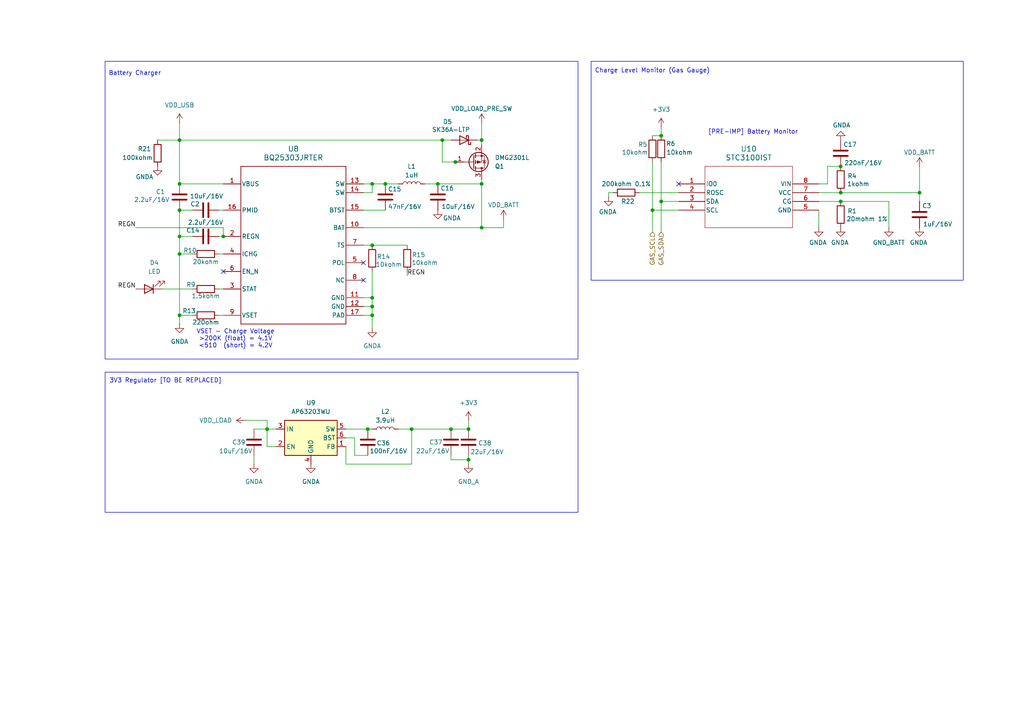
<source format=kicad_sch>
(kicad_sch (version 20231120) (generator "eeschema") (generator_version "8.0")
  (paper "A4")
  (lib_symbols
    (symbol "BQ25303JRTER:BQ25303JRTER" (pin_names (offset 0.254))
      (property "Reference" "U" (at 0 2.54 0))
      (property "Value" "BQ25303JRTER" (at 0 0 0))
      (symbol "BQ25303JRTER_0_1"
        (polyline (pts (xy -15.24 -22.86) (xy 15.24 -22.86)) (stroke (width 0.2032)))
        (polyline (pts (xy -15.24 22.86) (xy -15.24 -22.86)) (stroke (width 0.2032)))
        (polyline (pts (xy 15.24 -22.86) (xy 15.24 22.86)) (stroke (width 0.2032)))
        (polyline (pts (xy 15.24 22.86) (xy -15.24 22.86)) (stroke (width 0.2032)))
        (pin power_in line (at -20.32 17.78 0) (length 5.08) (name "VBUS") (number "1"))
        (pin power_in line (at 20.32 5.08 180) (length 5.08) (name "BAT") (number "10"))
        (pin power_in line (at 20.32 -15.24 180) (length 5.08) (name "GND") (number "11"))
        (pin power_in line (at 20.32 -17.78 180) (length 5.08) (name "GND") (number "12"))
        (pin power_in line (at 20.32 17.78 180) (length 5.08) (name "SW") (number "13"))
        (pin power_in line (at 20.32 15.24 180) (length 5.08) (name "SW") (number "14"))
        (pin power_in line (at 20.32 10.16 180) (length 5.08) (name "BTST") (number "15"))
        (pin output line (at -20.32 10.16 0) (length 5.08) (name "PMID") (number "16"))
        (pin power_in line (at 20.32 -20.32 180) (length 5.08) (name "PAD") (number "17"))
        (pin power_in line (at -20.32 2.54 0) (length 5.08) (name "REGN") (number "2"))
        (pin open_collector line (at -20.32 -12.7 0) (length 5.08) (name "STAT") (number "3"))
        (pin output line (at -20.32 -2.54 0) (length 5.08) (name "ICHG") (number "4"))
        (pin unspecified line (at 20.32 -5.08 180) (length 5.08) (name "POL") (number "5"))
        (pin input line (at -20.32 -7.62 0) (length 5.08) (name "EN_N") (number "6"))
        (pin input line (at 20.32 0 180) (length 5.08) (name "TS") (number "7"))
        (pin unspecified line (at 20.32 -10.16 180) (length 5.08) (name "NC") (number "8"))
        (pin input line (at -20.32 -20.32 0) (length 5.08) (name "VSET") (number "9"))
      )
    )
    (symbol "Device:C" (pin_numbers hide) (pin_names (offset 0.254))
      (property "Reference" "C" (at 0.635 2.54 0))
      (property "Value" "C" (at 0.635 -2.54 0))
      (symbol "C_0_1"
        (polyline (pts (xy -2.032 -0.762) (xy 2.032 -0.762)) (stroke (width 0.508)))
        (polyline (pts (xy -2.032 0.762) (xy 2.032 0.762)) (stroke (width 0.508)))
      )
      (symbol "C_1_1"
        (pin passive line (at 0 3.81 270) (length 2.794) (name "~") (number "1"))
        (pin passive line (at 0 -3.81 90) (length 2.794) (name "~") (number "2"))
      )
    )
    (symbol "Device:D_Schottky" (pin_numbers hide) (pin_names (offset 1.016) hide)
      (property "Reference" "D" (at 0 2.54 0))
      (property "Value" "D_Schottky" (at 0 -2.54 0))
      (symbol "D_Schottky_0_1"
        (polyline (pts (xy 1.27 0) (xy -1.27 0)))
        (polyline (pts (xy 1.27 1.27) (xy 1.27 -1.27) (xy -1.27 0) (xy 1.27 1.27)) (stroke (width 0.254)))
        (polyline (pts (xy -1.905 0.635) (xy -1.905 1.27) (xy -1.27 1.27) (xy -1.27 -1.27) (xy -0.635 -1.27) (xy -0.635 -0.635)) (stroke (width 0.254)))
      )
      (symbol "D_Schottky_1_1"
        (pin passive line (at -3.81 0 0) (length 2.54) (name "K") (number "1"))
        (pin passive line (at 3.81 0 180) (length 2.54) (name "A") (number "2"))
      )
    )
    (symbol "Device:L" (pin_numbers hide) (pin_names (offset 1.016) hide)
      (property "Reference" "L" (at -1.27 0 90))
      (property "Value" "L" (at 1.905 0 90))
      (symbol "L_0_1"
        (arc (start 0 -2.54) (mid 0.6323 -1.905) (end 0 -1.27))
        (arc (start 0 -1.27) (mid 0.6323 -0.635) (end 0 0))
        (arc (start 0 0) (mid 0.6323 0.635) (end 0 1.27))
        (arc (start 0 1.27) (mid 0.6323 1.905) (end 0 2.54))
      )
      (symbol "L_1_1"
        (pin passive line (at 0 3.81 270) (length 1.27) (name "1") (number "1"))
        (pin passive line (at 0 -3.81 90) (length 1.27) (name "2") (number "2"))
      )
    )
    (symbol "Device:LED" (pin_numbers hide) (pin_names (offset 1.016) hide)
      (property "Reference" "D" (at 0 2.54 0))
      (property "Value" "LED" (at 0 -2.54 0))
      (symbol "LED_0_1"
        (polyline (pts (xy -1.27 -1.27) (xy -1.27 1.27)) (stroke (width 0.254)))
        (polyline (pts (xy -1.27 0) (xy 1.27 0)))
        (polyline (pts (xy 1.27 -1.27) (xy 1.27 1.27) (xy -1.27 0) (xy 1.27 -1.27)) (stroke (width 0.254)))
        (polyline (pts (xy -3.048 -0.762) (xy -4.572 -2.286) (xy -3.81 -2.286) (xy -4.572 -2.286) (xy -4.572 -1.524)))
        (polyline (pts (xy -1.778 -0.762) (xy -3.302 -2.286) (xy -2.54 -2.286) (xy -3.302 -2.286) (xy -3.302 -1.524)))
      )
      (symbol "LED_1_1"
        (pin passive line (at -3.81 0 0) (length 2.54) (name "K") (number "1"))
        (pin passive line (at 3.81 0 180) (length 2.54) (name "A") (number "2"))
      )
    )
    (symbol "Device:R" (pin_numbers hide) (pin_names (offset 0))
      (property "Reference" "R" (at 2.032 0 90))
      (property "Value" "R" (at 0 0 90))
      (symbol "R_0_1"
        (rectangle (start -1.016 -2.54) (end 1.016 2.54) (stroke (width 0.254)))
      )
      (symbol "R_1_1"
        (pin passive line (at 0 3.81 270) (length 1.27) (name "~") (number "1"))
        (pin passive line (at 0 -3.81 90) (length 1.27) (name "~") (number "2"))
      )
    )
    (symbol "Regulator_Switching:AP63203WU"
      (property "Reference" "U" (at -7.62 6.35 0))
      (property "Value" "AP63203WU" (at 2.54 6.35 0))
      (symbol "AP63203WU_0_1"
        (rectangle (start -7.62 5.08) (end 7.62 -5.08) (stroke (width 0.254)) (fill (type background)))
      )
      (symbol "AP63203WU_1_1"
        (pin input line (at 10.16 -2.54 180) (length 2.54) (name "FB") (number "1"))
        (pin input line (at -10.16 -2.54 0) (length 2.54) (name "EN") (number "2"))
        (pin power_in line (at -10.16 2.54 0) (length 2.54) (name "IN") (number "3"))
        (pin power_in line (at 0 -7.62 90) (length 2.54) (name "GND") (number "4"))
        (pin output line (at 10.16 2.54 180) (length 2.54) (name "SW") (number "5"))
        (pin passive line (at 10.16 0 180) (length 2.54) (name "BST") (number "6"))
      )
    )
    (symbol "STC3100IST:STC3100IST" (pin_names (offset 0.254))
      (property "Reference" "U" (at 20.32 10.16 0))
      (property "Value" "STC3100IST" (at 20.32 7.62 0))
      (symbol "STC3100IST_0_1"
        (polyline (pts (xy 7.62 -12.7) (xy 33.02 -12.7)) (stroke (width 0.127)))
        (polyline (pts (xy 7.62 5.08) (xy 7.62 -12.7)) (stroke (width 0.127)))
        (polyline (pts (xy 33.02 -12.7) (xy 33.02 5.08)) (stroke (width 0.127)))
        (polyline (pts (xy 33.02 5.08) (xy 7.62 5.08)) (stroke (width 0.127)))
        (pin bidirectional line (at 0 0 0) (length 7.62) (name "IO0") (number "1"))
        (pin unspecified line (at 0 -2.54 0) (length 7.62) (name "ROSC") (number "2"))
        (pin bidirectional line (at 0 -5.08 0) (length 7.62) (name "SDA") (number "3"))
        (pin input line (at 0 -7.62 0) (length 7.62) (name "SCL") (number "4"))
        (pin power_in line (at 40.64 -7.62 180) (length 7.62) (name "GND") (number "5"))
        (pin input line (at 40.64 -5.08 180) (length 7.62) (name "CG") (number "6"))
        (pin power_in line (at 40.64 -2.54 180) (length 7.62) (name "VCC") (number "7"))
        (pin input line (at 40.64 0 180) (length 7.62) (name "VIN") (number "8"))
      )
    )
    (symbol "Transistor_FET:DMG2301L" (pin_names hide)
      (property "Reference" "Q" (at 5.08 1.905 0))
      (property "Value" "DMG2301L" (at 5.08 0 0))
      (symbol "DMG2301L_0_1"
        (polyline (pts (xy 0.254 0) (xy -2.54 0)))
        (polyline (pts (xy 0.254 1.905) (xy 0.254 -1.905)) (stroke (width 0.254)))
        (polyline (pts (xy 0.762 -1.27) (xy 0.762 -2.286)) (stroke (width 0.254)))
        (polyline (pts (xy 0.762 0.508) (xy 0.762 -0.508)) (stroke (width 0.254)))
        (polyline (pts (xy 0.762 2.286) (xy 0.762 1.27)) (stroke (width 0.254)))
        (polyline (pts (xy 2.54 2.54) (xy 2.54 1.778)))
        (polyline (pts (xy 2.54 -2.54) (xy 2.54 0) (xy 0.762 0)))
        (polyline (pts (xy 0.762 1.778) (xy 3.302 1.778) (xy 3.302 -1.778) (xy 0.762 -1.778)))
        (polyline (pts (xy 2.286 0) (xy 1.27 0.381) (xy 1.27 -0.381) (xy 2.286 0)) (fill (type outline)))
        (polyline (pts (xy 2.794 -0.508) (xy 2.921 -0.381) (xy 3.683 -0.381) (xy 3.81 -0.254)))
        (polyline (pts (xy 3.302 -0.381) (xy 2.921 0.254) (xy 3.683 0.254) (xy 3.302 -0.381)))
        (circle (center 1.651 0) (radius 2.794) (stroke (width 0.254)))
        (circle (center 2.54 -1.778) (radius 0.254) (fill (type outline)))
        (circle (center 2.54 1.778) (radius 0.254) (fill (type outline)))
      )
      (symbol "DMG2301L_1_1"
        (pin input line (at -5.08 0 0) (length 2.54) (name "G") (number "1"))
        (pin passive line (at 2.54 -5.08 90) (length 2.54) (name "S") (number "2"))
        (pin passive line (at 2.54 5.08 270) (length 2.54) (name "D") (number "3"))
      )
    )
    (symbol "power:+3V3" (power) (pin_numbers hide) (pin_names (offset 0) hide)
      (property "Value" "+3V3" (at 0 3.556 0))
      (symbol "+3V3_0_1"
        (polyline (pts (xy -0.762 1.27) (xy 0 2.54)))
        (polyline (pts (xy 0 0) (xy 0 2.54)))
        (polyline (pts (xy 0 2.54) (xy 0.762 1.27)))
      )
      (symbol "+3V3_1_1"
        (pin power_in line (at 0 0 90) (length 0) (name "~") (number "1"))
      )
    )
    (symbol "power:GND" (power) (pin_numbers hide) (pin_names (offset 0) hide)
      (property "Value" "GND" (at 0 -3.81 0))
      (symbol "GND_0_1"
        (polyline (pts (xy 0 0) (xy 0 -1.27) (xy 1.27 -1.27) (xy 0 -2.54) (xy -1.27 -1.27) (xy 0 -1.27)))
      )
      (symbol "GND_1_1"
        (pin power_in line (at 0 0 270) (length 0) (name "~") (number "1"))
      )
    )
    (symbol "power:GNDA" (power) (pin_numbers hide) (pin_names (offset 0) hide)
      (property "Value" "GNDA" (at 0 -3.81 0))
      (symbol "GNDA_0_1"
        (polyline (pts (xy 0 0) (xy 0 -1.27) (xy 1.27 -1.27) (xy 0 -2.54) (xy -1.27 -1.27) (xy 0 -1.27)))
      )
      (symbol "GNDA_1_1"
        (pin power_in line (at 0 0 270) (length 0) (name "~") (number "1"))
      )
    )
  )
  (junction (at 139.7 53.34))
  (junction (at 107.95 71.12))
  (junction (at 52.07 73.66))
  (junction (at 243.84 58.42))
  (junction (at 119.38 124.46))
  (junction (at 52.07 40.64))
  (junction (at 243.84 48.26))
  (junction (at 243.84 55.88))
  (junction (at 139.7 66.04))
  (junction (at 132.08 46.99))
  (junction (at 128.27 40.64))
  (junction (at 135.89 124.46))
  (junction (at 111.76 53.34))
  (junction (at 52.07 60.96))
  (junction (at 130.81 124.46))
  (junction (at 107.95 91.44))
  (junction (at 77.47 124.46))
  (junction (at 64.77 68.58))
  (junction (at 127 53.34))
  (junction (at 139.7 40.64))
  (junction (at 52.07 68.58))
  (junction (at 52.07 53.34))
  (junction (at 107.95 88.9))
  (junction (at 106.68 124.46))
  (junction (at 107.95 86.36))
  (junction (at 189.23 60.96))
  (junction (at 107.95 53.34))
  (junction (at 191.77 58.42))
  (junction (at 52.07 91.44))
  (junction (at 266.7 55.88))
  (junction (at 191.77 39.37))
  (junction (at 135.89 133.35))
  (no_connect (at 105.41 76.2))
  (no_connect (at 64.77 78.74))
  (no_connect (at 196.85 53.34))
  (no_connect (at 105.41 81.28))
  (wire (pts (xy 139.7 40.64) (xy 139.7 41.91)))
  (wire (pts (xy 39.37 66.04) (xy 64.77 66.04)))
  (wire (pts (xy 146.05 66.04) (xy 139.7 66.04)))
  (wire (pts (xy 105.41 55.88) (xy 107.95 55.88)))
  (wire (pts (xy 46.99 83.82) (xy 55.88 83.82)))
  (wire (pts (xy 63.5 60.96) (xy 64.77 60.96)))
  (wire (pts (xy 196.85 58.42) (xy 191.77 58.42)))
  (wire (pts (xy 243.84 55.88) (xy 266.7 55.88)))
  (wire (pts (xy 139.7 40.64) (xy 138.43 40.64)))
  (wire (pts (xy 139.7 66.04) (xy 105.41 66.04)))
  (wire (pts (xy 52.07 91.44) (xy 52.07 73.66)))
  (wire (pts (xy 63.5 68.58) (xy 64.77 68.58)))
  (wire (pts (xy 191.77 58.42) (xy 191.77 46.99)))
  (wire (pts (xy 107.95 86.36) (xy 107.95 88.9)))
  (wire (pts (xy 105.41 88.9) (xy 107.95 88.9)))
  (wire (pts (xy 237.49 55.88) (xy 243.84 55.88)))
  (wire (pts (xy 127 53.34) (xy 139.7 53.34)))
  (wire (pts (xy 135.89 134.62) (xy 135.89 133.35)))
  (wire (pts (xy 107.95 88.9) (xy 107.95 91.44)))
  (wire (pts (xy 107.95 78.74) (xy 107.95 86.36)))
  (wire (pts (xy 52.07 53.34) (xy 64.77 53.34)))
  (wire (pts (xy 189.23 46.99) (xy 189.23 60.96)))
  (wire (pts (xy 52.07 68.58) (xy 52.07 60.96)))
  (wire (pts (xy 191.77 58.42) (xy 191.77 67.31)))
  (wire (pts (xy 77.47 121.92) (xy 77.47 124.46)))
  (wire (pts (xy 100.33 134.62) (xy 119.38 134.62)))
  (wire (pts (xy 52.07 93.98) (xy 52.07 91.44)))
  (wire (pts (xy 118.11 80.01) (xy 118.11 78.74)))
  (wire (pts (xy 123.19 53.34) (xy 127 53.34)))
  (wire (pts (xy 107.95 53.34) (xy 111.76 53.34)))
  (wire (pts (xy 52.07 60.96) (xy 55.88 60.96)))
  (wire (pts (xy 237.49 66.04) (xy 237.49 60.96)))
  (wire (pts (xy 257.81 58.42) (xy 257.81 66.04)))
  (wire (pts (xy 176.53 57.15) (xy 176.53 55.88)))
  (wire (pts (xy 45.72 40.64) (xy 52.07 40.64)))
  (wire (pts (xy 266.7 58.42) (xy 266.7 55.88)))
  (wire (pts (xy 63.5 91.44) (xy 64.77 91.44)))
  (wire (pts (xy 100.33 127) (xy 102.87 127)))
  (wire (pts (xy 107.95 86.36) (xy 105.41 86.36)))
  (wire (pts (xy 189.23 60.96) (xy 189.23 67.31)))
  (wire (pts (xy 107.95 55.88) (xy 107.95 53.34)))
  (wire (pts (xy 128.27 40.64) (xy 130.81 40.64)))
  (wire (pts (xy 146.05 66.04) (xy 146.05 63.5)))
  (wire (pts (xy 139.7 35.56) (xy 139.7 40.64)))
  (wire (pts (xy 240.03 48.26) (xy 243.84 48.26)))
  (wire (pts (xy 100.33 129.54) (xy 100.33 134.62)))
  (wire (pts (xy 139.7 52.07) (xy 139.7 53.34)))
  (wire (pts (xy 237.49 58.42) (xy 243.84 58.42)))
  (wire (pts (xy 139.7 53.34) (xy 139.7 66.04)))
  (wire (pts (xy 73.66 134.62) (xy 73.66 132.08)))
  (wire (pts (xy 77.47 129.54) (xy 77.47 124.46)))
  (wire (pts (xy 55.88 73.66) (xy 52.07 73.66)))
  (wire (pts (xy 191.77 36.83) (xy 191.77 39.37)))
  (wire (pts (xy 52.07 73.66) (xy 52.07 68.58)))
  (wire (pts (xy 107.95 53.34) (xy 105.41 53.34)))
  (wire (pts (xy 135.89 133.35) (xy 130.81 133.35)))
  (wire (pts (xy 64.77 66.04) (xy 64.77 68.58)))
  (wire (pts (xy 77.47 124.46) (xy 80.01 124.46)))
  (wire (pts (xy 106.68 124.46) (xy 107.95 124.46)))
  (wire (pts (xy 119.38 134.62) (xy 119.38 124.46)))
  (wire (pts (xy 80.01 129.54) (xy 77.47 129.54)))
  (wire (pts (xy 107.95 91.44) (xy 107.95 95.25)))
  (wire (pts (xy 132.08 46.99) (xy 132.715 46.99)))
  (wire (pts (xy 266.7 55.88) (xy 266.7 48.26)))
  (wire (pts (xy 63.5 83.82) (xy 64.77 83.82)))
  (wire (pts (xy 130.81 133.35) (xy 130.81 132.08)))
  (wire (pts (xy 128.27 40.64) (xy 128.27 46.99)))
  (wire (pts (xy 102.87 132.08) (xy 106.68 132.08)))
  (wire (pts (xy 196.85 60.96) (xy 189.23 60.96)))
  (wire (pts (xy 128.27 46.99) (xy 132.08 46.99)))
  (wire (pts (xy 52.07 40.64) (xy 128.27 40.64)))
  (wire (pts (xy 55.88 68.58) (xy 52.07 68.58)))
  (wire (pts (xy 257.81 58.42) (xy 243.84 58.42)))
  (wire (pts (xy 119.38 124.46) (xy 130.81 124.46)))
  (wire (pts (xy 237.49 53.34) (xy 240.03 53.34)))
  (wire (pts (xy 73.66 124.46) (xy 77.47 124.46)))
  (wire (pts (xy 115.57 53.34) (xy 111.76 53.34)))
  (wire (pts (xy 240.03 53.34) (xy 240.03 48.26)))
  (wire (pts (xy 55.88 91.44) (xy 52.07 91.44)))
  (wire (pts (xy 52.07 53.34) (xy 52.07 40.64)))
  (wire (pts (xy 102.87 127) (xy 102.87 132.08)))
  (wire (pts (xy 105.41 71.12) (xy 107.95 71.12)))
  (wire (pts (xy 176.53 55.88) (xy 177.8 55.88)))
  (wire (pts (xy 52.07 40.64) (xy 52.07 35.56)))
  (wire (pts (xy 105.41 60.96) (xy 111.76 60.96)))
  (wire (pts (xy 71.12 121.92) (xy 77.47 121.92)))
  (wire (pts (xy 63.5 73.66) (xy 64.77 73.66)))
  (wire (pts (xy 115.57 124.46) (xy 119.38 124.46)))
  (wire (pts (xy 135.89 121.92) (xy 135.89 124.46)))
  (wire (pts (xy 130.81 124.46) (xy 135.89 124.46)))
  (wire (pts (xy 189.23 39.37) (xy 191.77 39.37)))
  (wire (pts (xy 100.33 124.46) (xy 106.68 124.46)))
  (wire (pts (xy 135.89 132.08) (xy 135.89 133.35)))
  (wire (pts (xy 105.41 91.44) (xy 107.95 91.44)))
  (wire (pts (xy 107.95 71.12) (xy 118.11 71.12)))
  (wire (pts (xy 185.42 55.88) (xy 196.85 55.88)))
  (rectangle (start 30.48 17.78) (end 167.64 104.14))
  (rectangle (start 30.48 107.95) (end 167.64 148.59))
  (rectangle (start 171.45 17.78) (end 279.4 81.28))
  (text "Battery Charger" (at 39.116 21.336 0) (effects (font (size 1.27 1.27))))
  (text "3V3 Regulator [TO BE REPLACED]" (at 48.006 110.49 0) (effects (font (size 1.27 1.27))))
  (text "[PRE-IMP] Battery Monitor" (at 218.44 38.354 0) (effects (font (size 1.27 1.27))))
  (text "Charge Level Monitor (Gas Gauge)" (at 189.23 20.574 0) (effects (font (size 1.27 1.27))))
  (text "VSET - Charge Voltage\n>200K (float) = 4.1V\n<510  (short) = 4.2V" (at 68.326 98.298 0) (effects (font (size 1.27 1.27))))
  (label "REGN" (at 39.37 83.82 180))
  (label "REGN" (at 39.37 66.04 180))
  (label "REGN" (at 118.11 80.01 0))
  (hierarchical_label "GAS_SCL" (shape input) (at 189.23 67.31 270))
  (hierarchical_label "GAS_SDA" (shape input) (at 191.77 67.31 270))
  (symbol (lib_id "Device:R") (at 243.84 52.07 180) (unit 1)
    (property "Reference" "R4" (at 247.142 51.054 0))
    (property "Value" "1kohm" (at 248.92 53.34 0))
    (property "Footprint" "Resistor_SMD:R_0603_1608Metric" (effects (hide yes)))
    (property "Description" "Resistor" (effects (hide yes)))
  )
  (symbol (lib_id "power:GND") (at 135.89 134.62 0) (unit 1)
    (property "Reference" "#PWR0107" (effects (hide yes)))
    (property "Value" "GND_A" (at 135.89 139.7 0))
    (property "Description" "Power symbol creates a global label with name \"GND\" , ground" (effects (hide yes)))
  )
  (symbol (lib_id "BQ25303JRTER:BQ25303JRTER") (at 85.09 71.12 0) (unit 1)
    (property "Reference" "U8" (at 85.09 43.18 0) (effects (font (size 1.524 1.524))))
    (property "Value" "BQ25303JRTER" (at 85.09 45.72 0) (effects (font (size 1.524 1.524))))
    (property "Footprint" "BQ25303JRTER:RTE0016C" (effects (hide yes)))
    (property "Datasheet" "https://www.digikey.ca/en/products/detail/texas-instruments/BQ25303JRTER/13918770" (effects (hide yes)))
  )
  (symbol (lib_id "Device:C") (at 59.69 68.58 90) (unit 1)
    (property "Reference" "C14" (at 57.912 66.802 90) (effects (justify left)))
    (property "Value" "2.2uF/16V" (at 64.77 64.516 90) (effects (justify left)))
    (property "Footprint" "Capacitor_SMD:C_0603_1608Metric" (effects (hide yes)))
    (property "Description" "Unpolarized capacitor" (effects (hide yes)))
  )
  (symbol (lib_id "Device:R") (at 243.84 62.23 180) (unit 1)
    (property "Reference" "R1" (at 247.142 61.214 0))
    (property "Value" "20mohm 1%" (at 251.46 63.5 0))
    (property "Footprint" "Resistor_SMD:R_0603_1608Metric" (effects (hide yes)))
    (property "Description" "Resistor" (effects (hide yes)))
  )
  (symbol (lib_id "Device:R") (at 189.23 43.18 180) (unit 1)
    (property "Reference" "R5" (at 186.436 41.91 0))
    (property "Value" "10kohm" (at 184.15 44.196 0))
    (property "Footprint" "Resistor_SMD:R_0603_1608Metric" (effects (hide yes)))
    (property "Description" "Resistor" (effects (hide yes)))
  )
  (symbol (lib_id "Device:R") (at 118.11 74.93 180) (unit 1)
    (property "Reference" "R15" (at 121.412 73.914 0))
    (property "Value" "10kohm" (at 123.19 76.2 0))
    (property "Footprint" "Resistor_SMD:R_0603_1608Metric" (effects (hide yes)))
    (property "Description" "Resistor" (effects (hide yes)))
  )
  (symbol (lib_id "Device:C") (at 59.69 60.96 90) (unit 1)
    (property "Reference" "C2" (at 57.912 59.182 90) (effects (justify left)))
    (property "Value" "10uF/16V" (at 64.77 56.896 90) (effects (justify left)))
    (property "Footprint" "Capacitor_SMD:C_0603_1608Metric" (effects (hide yes)))
    (property "Description" "Unpolarized capacitor" (effects (hide yes)))
  )
  (symbol (lib_id "STC3100IST:STC3100IST") (at 196.85 53.34 0) (unit 1)
    (property "Reference" "U10" (at 217.17 43.18 0) (effects (font (size 1.524 1.524))))
    (property "Value" "STC3100IST" (at 217.17 45.72 0) (effects (font (size 1.524 1.524))))
    (property "Footprint" "MiniSO8_STM" (effects (hide yes)))
    (property "Datasheet" "https://www.digikey.com/en/products/detail/stmicroelectronics/STC3100IST/2270931" (effects (hide yes)))
  )
  (symbol (lib_id "power:+3V3") (at 71.12 121.92 90) (unit 1)
    (property "Reference" "#PWR0109" (effects (hide yes)))
    (property "Value" "VDD_LOAD" (at 67.31 121.9199 90) (effects (justify left)))
    (property "Description" "Power symbol creates a global label with name \"+3V3\"" (effects (hide yes)))
  )
  (symbol (lib_id "power:GNDA") (at 107.95 95.25 0) (unit 1)
    (property "Reference" "#PWR046" (effects (hide yes)))
    (property "Value" "GNDA" (at 107.95 100.33 0))
    (property "Description" "Power symbol creates a global label with name \"GNDA\" , analog ground" (effects (hide yes)))
  )
  (symbol (lib_id "power:+3V3") (at 139.7 35.56 0) (unit 1)
    (property "Reference" "#PWR048" (effects (hide yes)))
    (property "Value" "VDD_LOAD_PRE_SW" (at 130.81 31.496 0) (effects (justify left)))
    (property "Description" "Power symbol creates a global label with name \"+3V3\"" (effects (hide yes)))
  )
  (symbol (lib_id "Device:C") (at 135.89 128.27 0) (unit 1)
    (property "Reference" "C38" (at 138.684 128.524 0) (effects (justify left)))
    (property "Value" "22uF/16V" (at 136.398 131.064 0) (effects (justify left)))
    (property "Footprint" "Capacitor_SMD:C_0603_1608Metric" (effects (hide yes)))
    (property "Datasheet" "C3225X7S1H106M250AB" (effects (hide yes)))
    (property "Description" "Unpolarized capacitor" (effects (hide yes)))
  )
  (symbol (lib_id "power:+3V3") (at 135.89 121.92 0) (unit 1)
    (property "Reference" "#PWR0108" (effects (hide yes)))
    (property "Value" "+3V3" (at 135.89 116.84 0))
    (property "Description" "Power symbol creates a global label with name \"+3V3\"" (effects (hide yes)))
  )
  (symbol (lib_id "power:GNDA") (at 237.49 66.04 0) (unit 1)
    (property "Reference" "#PWR050" (effects (hide yes)))
    (property "Value" "GNDA" (at 237.236 70.358 0))
    (property "Description" "Power symbol creates a global label with name \"GNDA\" , analog ground" (effects (hide yes)))
  )
  (symbol (lib_id "power:GNDA") (at 243.84 66.04 0) (unit 1)
    (property "Reference" "#PWR029" (effects (hide yes)))
    (property "Value" "GNDA" (at 243.586 70.358 0))
    (property "Description" "Power symbol creates a global label with name \"GNDA\" , analog ground" (effects (hide yes)))
  )
  (symbol (lib_id "Device:C") (at 127 57.15 0) (unit 1)
    (property "Reference" "C16" (at 127.762 54.61 0) (effects (justify left)))
    (property "Value" "10uF/16V" (at 128.016 59.944 0) (effects (justify left)))
    (property "Footprint" "Capacitor_SMD:C_0603_1608Metric" (effects (hide yes)))
    (property "Description" "Unpolarized capacitor" (effects (hide yes)))
  )
  (symbol (lib_id "power:GNDA") (at 73.66 134.62 0) (unit 1)
    (property "Reference" "#PWR0110" (effects (hide yes)))
    (property "Value" "GNDA" (at 73.66 139.7 0))
    (property "Description" "Power symbol creates a global label with name \"GNDA\" , analog ground" (effects (hide yes)))
  )
  (symbol (lib_id "power:GNDA") (at 266.7 66.04 0) (unit 1)
    (property "Reference" "#PWR020" (effects (hide yes)))
    (property "Value" "GNDA" (at 266.446 70.358 0))
    (property "Description" "Power symbol creates a global label with name \"GNDA\" , analog ground" (effects (hide yes)))
  )
  (symbol (lib_id "power:+3V3") (at 266.7 48.26 0) (unit 1)
    (property "Reference" "#PWR019" (effects (hide yes)))
    (property "Value" "VDD_BATT" (at 262.128 44.196 0) (effects (justify left)))
    (property "Description" "Power symbol creates a global label with name \"+3V3\"" (effects (hide yes)))
  )
  (symbol (lib_id "Device:R") (at 59.69 91.44 90) (unit 1)
    (property "Reference" "R13" (at 54.864 90.17 90))
    (property "Value" "220ohm" (at 59.69 93.472 90))
    (property "Footprint" "Resistor_SMD:R_0603_1608Metric" (effects (hide yes)))
    (property "Description" "Resistor" (effects (hide yes)))
  )
  (symbol (lib_id "power:GNDA") (at 176.53 57.15 0) (unit 1)
    (property "Reference" "#PWR082" (effects (hide yes)))
    (property "Value" "GNDA" (at 176.276 61.468 0))
    (property "Description" "Power symbol creates a global label with name \"GNDA\" , analog ground" (effects (hide yes)))
  )
  (symbol (lib_id "Device:R") (at 59.69 73.66 90) (unit 1)
    (property "Reference" "R10" (at 55.118 72.644 90))
    (property "Value" "20kohm" (at 59.69 75.946 90))
    (property "Footprint" "Resistor_SMD:R_0603_1608Metric" (effects (hide yes)))
    (property "Description" "Resistor" (effects (hide yes)))
  )
  (symbol (lib_id "Device:R") (at 191.77 43.18 180) (unit 1)
    (property "Reference" "R6" (at 194.564 41.656 0))
    (property "Value" "10kohm" (at 197.104 44.196 0))
    (property "Footprint" "Resistor_SMD:R_0603_1608Metric" (effects (hide yes)))
    (property "Description" "Resistor" (effects (hide yes)))
  )
  (symbol (lib_id "power:GND") (at 257.81 66.04 0) (unit 1)
    (property "Reference" "#PWR085" (effects (hide yes)))
    (property "Value" "GND_BATT" (at 257.81 70.358 0))
    (property "Description" "Power symbol creates a global label with name \"GND\" , ground" (effects (hide yes)))
  )
  (symbol (lib_id "Device:LED") (at 43.18 83.82 180) (unit 1)
    (property "Reference" "D4" (at 44.7675 76.2 0))
    (property "Value" "LED" (at 44.7675 78.74 0))
    (property "Footprint" "LED_SMD:LED_0603_1608Metric" (effects (hide yes)))
    (property "Description" "Light emitting diode" (effects (hide yes)))
  )
  (symbol (lib_id "power:+3V3") (at 146.05 63.5 0) (unit 1)
    (property "Reference" "#PWR030" (effects (hide yes)))
    (property "Value" "VDD_BATT" (at 141.478 59.436 0) (effects (justify left)))
    (property "Description" "Power symbol creates a global label with name \"+3V3\"" (effects (hide yes)))
  )
  (symbol (lib_id "Device:L") (at 119.38 53.34 90) (unit 1)
    (property "Reference" "L1" (at 119.38 48.26 90))
    (property "Value" "1uH" (at 119.38 50.8 90))
    (property "Footprint" "Inductor_SMD:L_Wuerth_MAPI-4030" (effects (hide yes)))
    (property "Datasheet" "74438357082" (effects (hide yes)))
    (property "Description" "Inductor" (effects (hide yes)))
  )
  (symbol (lib_id "Transistor_FET:DMG2301L") (at 137.16 46.99 0) (mirror x) (unit 1)
    (property "Reference" "Q1" (at 143.51 48.2601 0) (effects (justify left)))
    (property "Value" "DMG2301L" (at 143.51 45.7201 0) (effects (justify left)))
    (property "Footprint" "Package_TO_SOT_SMD:SOT-23" (effects (hide yes)))
    (property "Datasheet" "https://www.digikey.ca/en/products/detail/diodes-incorporated/DMG2301L-7/5768820" (effects (hide yes)))
    (property "Description" "-3A Id, -20V Vds, P-Channel MOSFET, SOT-23" (effects (hide yes)))
  )
  (symbol (lib_id "power:GNDA") (at 243.84 40.64 180) (unit 1)
    (property "Reference" "#PWR032" (effects (hide yes)))
    (property "Value" "GNDA" (at 244.094 36.322 0))
    (property "Description" "Power symbol creates a global label with name \"GNDA\" , analog ground" (effects (hide yes)))
  )
  (symbol (lib_id "Device:C") (at 73.66 128.27 0) (unit 1)
    (property "Reference" "C39" (at 67.31 128.27 0) (effects (justify left)))
    (property "Value" "10uF/16V" (at 63.5 130.81 0) (effects (justify left)))
    (property "Footprint" "Capacitor_SMD:C_0603_1608Metric" (effects (hide yes)))
    (property "Datasheet" "C3225X7S1H106M250AB" (effects (hide yes)))
    (property "Description" "Unpolarized capacitor" (effects (hide yes)))
  )
  (symbol (lib_id "power:GNDA") (at 90.17 134.62 0) (unit 1)
    (property "Reference" "#PWR0106" (effects (hide yes)))
    (property "Value" "GNDA" (at 90.17 139.7 0))
    (property "Description" "Power symbol creates a global label with name \"GNDA\" , analog ground" (effects (hide yes)))
  )
  (symbol (lib_id "Device:L") (at 111.76 124.46 90) (unit 1)
    (property "Reference" "L2" (at 111.76 119.38 90))
    (property "Value" "3.9uH" (at 111.76 121.92 90))
    (property "Footprint" "Inductor_SMD:L_Wuerth_MAPI-4030" (effects (hide yes)))
    (property "Datasheet" "74438357082" (effects (hide yes)))
    (property "Description" "Inductor" (effects (hide yes)))
  )
  (symbol (lib_id "Device:C") (at 243.84 44.45 0) (unit 1)
    (property "Reference" "C17" (at 244.602 41.91 0) (effects (justify left)))
    (property "Value" "220nF/16V" (at 244.856 47.244 0) (effects (justify left)))
    (property "Footprint" "Capacitor_SMD:C_0603_1608Metric" (effects (hide yes)))
    (property "Description" "Unpolarized capacitor" (effects (hide yes)))
  )
  (symbol (lib_id "power:+3V3") (at 52.07 35.56 0) (unit 1)
    (property "Reference" "#PWR044" (effects (hide yes)))
    (property "Value" "VDD_USB" (at 52.07 30.48 0))
    (property "Description" "Power symbol creates a global label with name \"+3V3\"" (effects (hide yes)))
  )
  (symbol (lib_id "Device:R") (at 181.61 55.88 270) (unit 1)
    (property "Reference" "R22" (at 182.118 58.42 90))
    (property "Value" "200kohm 0.1%" (at 181.61 53.34 90))
    (property "Footprint" "Resistor_SMD:R_0603_1608Metric" (effects (hide yes)))
    (property "Description" "Resistor" (effects (hide yes)))
  )
  (symbol (lib_id "power:+3V3") (at 191.77 36.83 0) (unit 1)
    (property "Reference" "#PWR081" (effects (hide yes)))
    (property "Value" "+3V3" (at 191.77 31.75 0))
    (property "Description" "Power symbol creates a global label with name \"+3V3\"" (effects (hide yes)))
  )
  (symbol (lib_id "power:GNDA") (at 127 60.96 0) (unit 1)
    (property "Reference" "#PWR047" (effects (hide yes)))
    (property "Value" "GNDA" (at 131.064 63.246 0))
    (property "Description" "Power symbol creates a global label with name \"GNDA\" , analog ground" (effects (hide yes)))
  )
  (symbol (lib_id "Device:R") (at 45.72 44.45 180) (unit 1)
    (property "Reference" "R21" (at 41.91 43.18 0))
    (property "Value" "100kohm" (at 39.878 45.72 0))
    (property "Footprint" "Resistor_SMD:R_0603_1608Metric" (effects (hide yes)))
    (property "Description" "Resistor" (effects (hide yes)))
  )
  (symbol (lib_id "Device:R") (at 107.95 74.93 0) (unit 1)
    (property "Reference" "R14" (at 111.252 74.422 0))
    (property "Value" "10kohm" (at 112.776 76.708 0))
    (property "Footprint" "Resistor_SMD:R_0603_1608Metric" (effects (hide yes)))
    (property "Description" "Resistor" (effects (hide yes)))
  )
  (symbol (lib_id "Device:D_Schottky") (at 134.62 40.64 180) (unit 1)
    (property "Reference" "D5" (at 129.794 35.306 0))
    (property "Value" "SK36A-LTP" (at 130.81 37.592 0))
    (property "Footprint" "Diode_SMD:D_SMA" (effects (hide yes)))
    (property "Datasheet" "https://www.digikey.ca/en/products/detail/mcc-micro-commercial-components/SK36A-LTP/2642025" (effects (hide yes)))
    (property "Description" "Schottky diode" (effects (hide yes)))
  )
  (symbol (lib_id "Device:C") (at 52.07 57.15 0) (unit 1)
    (property "Reference" "C1" (at 45.212 55.626 0) (effects (justify left)))
    (property "Value" "2.2uF/16V" (at 38.862 57.912 0) (effects (justify left)))
    (property "Footprint" "Capacitor_SMD:C_0603_1608Metric" (effects (hide yes)))
    (property "Description" "Unpolarized capacitor" (effects (hide yes)))
  )
  (symbol (lib_id "power:GNDA") (at 45.72 48.26 0) (unit 1)
    (property "Reference" "#PWR049" (effects (hide yes)))
    (property "Value" "GNDA" (at 41.91 51.308 0))
    (property "Description" "Power symbol creates a global label with name \"GNDA\" , analog ground" (effects (hide yes)))
  )
  (symbol (lib_id "power:GNDA") (at 52.07 93.98 0) (unit 1)
    (property "Reference" "#PWR045" (effects (hide yes)))
    (property "Value" "GNDA" (at 52.07 99.06 0))
    (property "Description" "Power symbol creates a global label with name \"GNDA\" , analog ground" (effects (hide yes)))
  )
  (symbol (lib_id "Regulator_Switching:AP63203WU") (at 90.17 127 0) (unit 1)
    (property "Reference" "U9" (at 90.17 116.84 0))
    (property "Value" "AP63203WU" (at 90.17 119.38 0))
    (property "Footprint" "Package_TO_SOT_SMD:TSOT-23-6" (effects (hide yes)))
    (property "Datasheet" "https://www.digikey.com/en/products/detail/diodes-incorporated/AP63203WU-7/9858426" (effects (hide yes)))
    (property "Description" "2A, 1.1MHz Buck DC/DC Converter, fixed 3.3V output voltage, TSOT-23-6" (effects (hide yes)))
  )
  (symbol (lib_id "Device:C") (at 111.76 57.15 0) (unit 1)
    (property "Reference" "C15" (at 112.522 54.864 0) (effects (justify left)))
    (property "Value" "47nF/16V" (at 112.522 59.944 0) (effects (justify left)))
    (property "Footprint" "Capacitor_SMD:C_0603_1608Metric" (effects (hide yes)))
    (property "Description" "Unpolarized capacitor" (effects (hide yes)))
  )
  (symbol (lib_id "Device:C") (at 106.68 128.27 0) (unit 1)
    (property "Reference" "C36" (at 109.22 128.524 0) (effects (justify left)))
    (property "Value" "100nF/16V" (at 107.188 130.81 0) (effects (justify left)))
    (property "Footprint" "Capacitor_SMD:C_0603_1608Metric" (effects (hide yes)))
    (property "Datasheet" "C3225X7S1H106M250AB" (effects (hide yes)))
    (property "Description" "Unpolarized capacitor" (effects (hide yes)))
  )
  (symbol (lib_id "Device:R") (at 59.69 83.82 90) (unit 1)
    (property "Reference" "R9" (at 55.372 82.55 90))
    (property "Value" "1.5kohm" (at 59.69 85.852 90))
    (property "Footprint" "Resistor_SMD:R_0603_1608Metric" (effects (hide yes)))
    (property "Description" "Resistor" (effects (hide yes)))
  )
  (symbol (lib_id "Device:C") (at 266.7 62.23 0) (unit 1)
    (property "Reference" "C3" (at 267.462 59.69 0) (effects (justify left)))
    (property "Value" "1uF/16V" (at 267.716 65.024 0) (effects (justify left)))
    (property "Footprint" "Capacitor_SMD:C_0603_1608Metric" (effects (hide yes)))
    (property "Description" "Unpolarized capacitor" (effects (hide yes)))
  )
  (symbol (lib_id "Device:C") (at 130.81 128.27 0) (unit 1)
    (property "Reference" "C37" (at 124.46 128.27 0) (effects (justify left)))
    (property "Value" "22uF/16V" (at 120.65 130.81 0) (effects (justify left)))
    (property "Footprint" "Capacitor_SMD:C_0603_1608Metric" (effects (hide yes)))
    (property "Datasheet" "C3225X7S1H106M250AB" (effects (hide yes)))
    (property "Description" "Unpolarized capacitor" (effects (hide yes)))
  )
)
</source>
